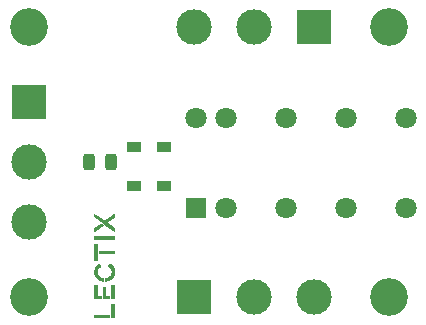
<source format=gts>
G04 #@! TF.GenerationSoftware,KiCad,Pcbnew,6.0.9-8da3e8f707~116~ubuntu20.04.1*
G04 #@! TF.CreationDate,2023-04-19T17:14:30+00:00*
G04 #@! TF.ProjectId,LEC022001,4c454330-3232-4303-9031-2e6b69636164,rev?*
G04 #@! TF.SameCoordinates,Original*
G04 #@! TF.FileFunction,Soldermask,Top*
G04 #@! TF.FilePolarity,Negative*
%FSLAX46Y46*%
G04 Gerber Fmt 4.6, Leading zero omitted, Abs format (unit mm)*
G04 Created by KiCad (PCBNEW 6.0.9-8da3e8f707~116~ubuntu20.04.1) date 2023-04-19 17:14:30*
%MOMM*%
%LPD*%
G01*
G04 APERTURE LIST*
G04 Aperture macros list*
%AMRoundRect*
0 Rectangle with rounded corners*
0 $1 Rounding radius*
0 $2 $3 $4 $5 $6 $7 $8 $9 X,Y pos of 4 corners*
0 Add a 4 corners polygon primitive as box body*
4,1,4,$2,$3,$4,$5,$6,$7,$8,$9,$2,$3,0*
0 Add four circle primitives for the rounded corners*
1,1,$1+$1,$2,$3*
1,1,$1+$1,$4,$5*
1,1,$1+$1,$6,$7*
1,1,$1+$1,$8,$9*
0 Add four rect primitives between the rounded corners*
20,1,$1+$1,$2,$3,$4,$5,0*
20,1,$1+$1,$4,$5,$6,$7,0*
20,1,$1+$1,$6,$7,$8,$9,0*
20,1,$1+$1,$8,$9,$2,$3,0*%
G04 Aperture macros list end*
%ADD10C,0.010000*%
%ADD11R,1.200000X0.900000*%
%ADD12R,3.000000X3.000000*%
%ADD13C,3.000000*%
%ADD14R,1.800000X1.800000*%
%ADD15C,1.800000*%
%ADD16C,3.200000*%
%ADD17RoundRect,0.243750X0.243750X0.456250X-0.243750X0.456250X-0.243750X-0.456250X0.243750X-0.456250X0*%
G04 APERTURE END LIST*
G04 #@! TO.C,LOGO1*
G36*
X97365820Y-90289380D02*
G01*
X96083120Y-90289380D01*
X96083120Y-90068400D01*
X97365820Y-90068400D01*
X97365820Y-90289380D01*
G37*
D10*
X97365820Y-90289380D02*
X96083120Y-90289380D01*
X96083120Y-90068400D01*
X97365820Y-90068400D01*
X97365820Y-90289380D01*
G36*
X96119183Y-87237852D02*
G01*
X96160298Y-87267936D01*
X96200325Y-87297213D01*
X96239069Y-87325542D01*
X96276338Y-87352783D01*
X96311940Y-87378794D01*
X96345680Y-87403434D01*
X96377366Y-87426564D01*
X96406806Y-87448043D01*
X96433806Y-87467729D01*
X96458172Y-87485482D01*
X96479713Y-87501161D01*
X96498236Y-87514626D01*
X96513546Y-87525735D01*
X96525452Y-87534349D01*
X96533760Y-87540326D01*
X96538277Y-87543526D01*
X96539087Y-87544054D01*
X96541269Y-87542593D01*
X96547370Y-87538293D01*
X96557192Y-87531297D01*
X96570541Y-87521744D01*
X96587220Y-87509776D01*
X96607032Y-87495535D01*
X96629783Y-87479162D01*
X96655275Y-87460798D01*
X96683314Y-87440584D01*
X96713701Y-87418663D01*
X96746243Y-87395175D01*
X96780742Y-87370261D01*
X96817003Y-87344062D01*
X96854829Y-87316721D01*
X96894025Y-87288378D01*
X96934395Y-87259175D01*
X96950766Y-87247329D01*
X96991564Y-87217810D01*
X97031274Y-87189087D01*
X97069701Y-87161301D01*
X97106647Y-87134595D01*
X97141916Y-87109111D01*
X97175310Y-87084990D01*
X97206635Y-87062374D01*
X97235692Y-87041405D01*
X97262285Y-87022225D01*
X97286218Y-87004975D01*
X97307293Y-86989798D01*
X97325315Y-86976836D01*
X97340086Y-86966230D01*
X97351411Y-86958122D01*
X97359091Y-86952654D01*
X97362932Y-86949967D01*
X97363347Y-86949704D01*
X97363981Y-86951984D01*
X97364522Y-86959178D01*
X97364969Y-86971122D01*
X97365317Y-86987651D01*
X97365563Y-87008600D01*
X97365703Y-87033804D01*
X97365734Y-87062734D01*
X97365649Y-87176610D01*
X97031780Y-87417910D01*
X96995037Y-87444474D01*
X96959426Y-87470235D01*
X96925163Y-87495035D01*
X96892466Y-87518717D01*
X96861550Y-87541124D01*
X96832632Y-87562098D01*
X96805929Y-87581483D01*
X96781658Y-87599120D01*
X96760034Y-87614853D01*
X96741274Y-87628525D01*
X96725596Y-87639977D01*
X96713215Y-87649052D01*
X96704347Y-87655594D01*
X96699211Y-87659444D01*
X96697933Y-87660480D01*
X96699950Y-87662094D01*
X96705854Y-87666545D01*
X96715427Y-87673676D01*
X96728455Y-87683326D01*
X96744722Y-87695339D01*
X96764010Y-87709553D01*
X96786106Y-87725812D01*
X96810791Y-87743956D01*
X96837851Y-87763827D01*
X96867070Y-87785266D01*
X96898231Y-87808113D01*
X96931119Y-87832211D01*
X96965518Y-87857400D01*
X97001211Y-87883523D01*
X97029644Y-87904320D01*
X97066214Y-87931075D01*
X97101667Y-87957035D01*
X97135786Y-87982039D01*
X97168355Y-88005928D01*
X97199156Y-88028542D01*
X97227973Y-88049721D01*
X97254589Y-88069307D01*
X97278787Y-88087137D01*
X97300350Y-88103054D01*
X97319061Y-88116898D01*
X97334704Y-88128507D01*
X97347061Y-88137724D01*
X97355916Y-88144387D01*
X97361051Y-88148338D01*
X97362335Y-88149430D01*
X97362529Y-88152426D01*
X97362680Y-88159975D01*
X97362789Y-88171550D01*
X97362853Y-88186625D01*
X97362870Y-88204673D01*
X97362839Y-88225167D01*
X97362759Y-88247581D01*
X97362672Y-88264352D01*
X97362010Y-88376733D01*
X96533970Y-87770775D01*
X96475907Y-87728283D01*
X96418878Y-87686543D01*
X96363019Y-87645657D01*
X96308469Y-87605724D01*
X96255363Y-87566846D01*
X96203839Y-87529122D01*
X96154036Y-87492653D01*
X96106089Y-87457541D01*
X96060136Y-87423885D01*
X96016314Y-87391786D01*
X95974761Y-87361345D01*
X95935614Y-87332662D01*
X95899011Y-87305838D01*
X95865087Y-87280973D01*
X95833981Y-87258168D01*
X95805831Y-87237523D01*
X95780772Y-87219140D01*
X95758943Y-87203118D01*
X95740481Y-87189559D01*
X95725522Y-87178563D01*
X95714205Y-87170229D01*
X95706667Y-87164660D01*
X95703044Y-87161955D01*
X95702728Y-87161706D01*
X95701936Y-87159871D01*
X95701292Y-87155807D01*
X95700789Y-87149140D01*
X95700418Y-87139496D01*
X95700171Y-87126503D01*
X95700039Y-87109788D01*
X95700016Y-87088976D01*
X95700092Y-87063696D01*
X95700188Y-87045150D01*
X95700850Y-86931704D01*
X96119183Y-87237852D01*
G37*
X96119183Y-87237852D02*
X96160298Y-87267936D01*
X96200325Y-87297213D01*
X96239069Y-87325542D01*
X96276338Y-87352783D01*
X96311940Y-87378794D01*
X96345680Y-87403434D01*
X96377366Y-87426564D01*
X96406806Y-87448043D01*
X96433806Y-87467729D01*
X96458172Y-87485482D01*
X96479713Y-87501161D01*
X96498236Y-87514626D01*
X96513546Y-87525735D01*
X96525452Y-87534349D01*
X96533760Y-87540326D01*
X96538277Y-87543526D01*
X96539087Y-87544054D01*
X96541269Y-87542593D01*
X96547370Y-87538293D01*
X96557192Y-87531297D01*
X96570541Y-87521744D01*
X96587220Y-87509776D01*
X96607032Y-87495535D01*
X96629783Y-87479162D01*
X96655275Y-87460798D01*
X96683314Y-87440584D01*
X96713701Y-87418663D01*
X96746243Y-87395175D01*
X96780742Y-87370261D01*
X96817003Y-87344062D01*
X96854829Y-87316721D01*
X96894025Y-87288378D01*
X96934395Y-87259175D01*
X96950766Y-87247329D01*
X96991564Y-87217810D01*
X97031274Y-87189087D01*
X97069701Y-87161301D01*
X97106647Y-87134595D01*
X97141916Y-87109111D01*
X97175310Y-87084990D01*
X97206635Y-87062374D01*
X97235692Y-87041405D01*
X97262285Y-87022225D01*
X97286218Y-87004975D01*
X97307293Y-86989798D01*
X97325315Y-86976836D01*
X97340086Y-86966230D01*
X97351411Y-86958122D01*
X97359091Y-86952654D01*
X97362932Y-86949967D01*
X97363347Y-86949704D01*
X97363981Y-86951984D01*
X97364522Y-86959178D01*
X97364969Y-86971122D01*
X97365317Y-86987651D01*
X97365563Y-87008600D01*
X97365703Y-87033804D01*
X97365734Y-87062734D01*
X97365649Y-87176610D01*
X97031780Y-87417910D01*
X96995037Y-87444474D01*
X96959426Y-87470235D01*
X96925163Y-87495035D01*
X96892466Y-87518717D01*
X96861550Y-87541124D01*
X96832632Y-87562098D01*
X96805929Y-87581483D01*
X96781658Y-87599120D01*
X96760034Y-87614853D01*
X96741274Y-87628525D01*
X96725596Y-87639977D01*
X96713215Y-87649052D01*
X96704347Y-87655594D01*
X96699211Y-87659444D01*
X96697933Y-87660480D01*
X96699950Y-87662094D01*
X96705854Y-87666545D01*
X96715427Y-87673676D01*
X96728455Y-87683326D01*
X96744722Y-87695339D01*
X96764010Y-87709553D01*
X96786106Y-87725812D01*
X96810791Y-87743956D01*
X96837851Y-87763827D01*
X96867070Y-87785266D01*
X96898231Y-87808113D01*
X96931119Y-87832211D01*
X96965518Y-87857400D01*
X97001211Y-87883523D01*
X97029644Y-87904320D01*
X97066214Y-87931075D01*
X97101667Y-87957035D01*
X97135786Y-87982039D01*
X97168355Y-88005928D01*
X97199156Y-88028542D01*
X97227973Y-88049721D01*
X97254589Y-88069307D01*
X97278787Y-88087137D01*
X97300350Y-88103054D01*
X97319061Y-88116898D01*
X97334704Y-88128507D01*
X97347061Y-88137724D01*
X97355916Y-88144387D01*
X97361051Y-88148338D01*
X97362335Y-88149430D01*
X97362529Y-88152426D01*
X97362680Y-88159975D01*
X97362789Y-88171550D01*
X97362853Y-88186625D01*
X97362870Y-88204673D01*
X97362839Y-88225167D01*
X97362759Y-88247581D01*
X97362672Y-88264352D01*
X97362010Y-88376733D01*
X96533970Y-87770775D01*
X96475907Y-87728283D01*
X96418878Y-87686543D01*
X96363019Y-87645657D01*
X96308469Y-87605724D01*
X96255363Y-87566846D01*
X96203839Y-87529122D01*
X96154036Y-87492653D01*
X96106089Y-87457541D01*
X96060136Y-87423885D01*
X96016314Y-87391786D01*
X95974761Y-87361345D01*
X95935614Y-87332662D01*
X95899011Y-87305838D01*
X95865087Y-87280973D01*
X95833981Y-87258168D01*
X95805831Y-87237523D01*
X95780772Y-87219140D01*
X95758943Y-87203118D01*
X95740481Y-87189559D01*
X95725522Y-87178563D01*
X95714205Y-87170229D01*
X95706667Y-87164660D01*
X95703044Y-87161955D01*
X95702728Y-87161706D01*
X95701936Y-87159871D01*
X95701292Y-87155807D01*
X95700789Y-87149140D01*
X95700418Y-87139496D01*
X95700171Y-87126503D01*
X95700039Y-87109788D01*
X95700016Y-87088976D01*
X95700092Y-87063696D01*
X95700188Y-87045150D01*
X95700850Y-86931704D01*
X96119183Y-87237852D01*
G36*
X97373440Y-95699580D02*
G01*
X97149920Y-95699580D01*
X97149920Y-94551500D01*
X97373440Y-94551500D01*
X97373440Y-95699580D01*
G37*
X97373440Y-95699580D02*
X97149920Y-95699580D01*
X97149920Y-94551500D01*
X97373440Y-94551500D01*
X97373440Y-95699580D01*
G36*
X95907860Y-93880940D02*
G01*
X96220280Y-93880940D01*
X96220280Y-94104460D01*
X95686880Y-94104460D01*
X95686880Y-93007180D01*
X95907860Y-93007180D01*
X95907860Y-93880940D01*
G37*
X95907860Y-93880940D02*
X96220280Y-93880940D01*
X96220280Y-94104460D01*
X95686880Y-94104460D01*
X95686880Y-93007180D01*
X95907860Y-93007180D01*
X95907860Y-93880940D01*
G36*
X96972120Y-95699580D02*
G01*
X95697040Y-95699580D01*
X95697040Y-95478600D01*
X96972120Y-95478600D01*
X96972120Y-95699580D01*
G37*
X96972120Y-95699580D02*
X95697040Y-95699580D01*
X95697040Y-95478600D01*
X96972120Y-95478600D01*
X96972120Y-95699580D01*
G36*
X96629220Y-93880940D02*
G01*
X96972120Y-93880940D01*
X96972120Y-94101920D01*
X96405700Y-94101920D01*
X96405700Y-93121480D01*
X96629220Y-93121480D01*
X96629220Y-93880940D01*
G37*
X96629220Y-93880940D02*
X96972120Y-93880940D01*
X96972120Y-94101920D01*
X96405700Y-94101920D01*
X96405700Y-93121480D01*
X96629220Y-93121480D01*
X96629220Y-93880940D01*
G36*
X97373440Y-94099380D02*
G01*
X97149920Y-94099380D01*
X97149920Y-93007180D01*
X97373440Y-93007180D01*
X97373440Y-94099380D01*
G37*
X97373440Y-94099380D02*
X97149920Y-94099380D01*
X97149920Y-93007180D01*
X97373440Y-93007180D01*
X97373440Y-94099380D01*
G36*
X97365820Y-89042240D02*
G01*
X95694500Y-89042240D01*
X95694500Y-88821260D01*
X97365820Y-88821260D01*
X97365820Y-89042240D01*
G37*
X97365820Y-89042240D02*
X95694500Y-89042240D01*
X95694500Y-88821260D01*
X97365820Y-88821260D01*
X97365820Y-89042240D01*
G36*
X96068046Y-91200073D02*
G01*
X96069794Y-91202384D01*
X96073936Y-91208416D01*
X96080116Y-91217624D01*
X96087976Y-91229459D01*
X96097159Y-91243373D01*
X96107308Y-91258819D01*
X96118066Y-91275250D01*
X96129075Y-91292117D01*
X96139979Y-91308873D01*
X96150419Y-91324971D01*
X96160039Y-91339862D01*
X96168482Y-91353000D01*
X96175390Y-91363835D01*
X96180407Y-91371822D01*
X96183174Y-91376412D01*
X96183584Y-91377206D01*
X96182718Y-91380032D01*
X96178095Y-91384095D01*
X96169339Y-91389695D01*
X96163914Y-91392816D01*
X96136428Y-91409911D01*
X96108002Y-91430573D01*
X96079852Y-91453771D01*
X96053197Y-91478472D01*
X96029254Y-91503644D01*
X96019140Y-91515520D01*
X95989172Y-91556154D01*
X95963127Y-91599753D01*
X95941226Y-91645804D01*
X95923690Y-91693792D01*
X95910740Y-91743203D01*
X95903813Y-91783548D01*
X95901768Y-91805054D01*
X95900722Y-91829779D01*
X95900637Y-91856240D01*
X95901480Y-91882955D01*
X95903214Y-91908443D01*
X95905804Y-91931221D01*
X95907603Y-91942174D01*
X95919608Y-91992714D01*
X95936099Y-92041225D01*
X95956857Y-92087466D01*
X95981666Y-92131196D01*
X96010308Y-92172174D01*
X96042566Y-92210159D01*
X96078223Y-92244910D01*
X96117062Y-92276186D01*
X96158864Y-92303748D01*
X96203413Y-92327352D01*
X96250492Y-92346760D01*
X96281621Y-92356801D01*
X96326052Y-92367444D01*
X96372105Y-92374072D01*
X96410145Y-92376568D01*
X96451420Y-92377972D01*
X96451420Y-92598969D01*
X96406335Y-92597493D01*
X96346765Y-92593049D01*
X96288219Y-92583761D01*
X96230945Y-92569804D01*
X96175192Y-92551357D01*
X96121206Y-92528595D01*
X96069239Y-92501694D01*
X96019537Y-92470832D01*
X95972349Y-92436184D01*
X95927923Y-92397927D01*
X95886510Y-92356238D01*
X95848355Y-92311292D01*
X95813709Y-92263267D01*
X95782820Y-92212339D01*
X95755936Y-92158684D01*
X95742046Y-92125800D01*
X95723465Y-92072923D01*
X95708763Y-92018211D01*
X95697716Y-91960795D01*
X95695434Y-91945460D01*
X95693688Y-91929281D01*
X95692339Y-91909218D01*
X95691399Y-91886456D01*
X95690875Y-91862175D01*
X95690777Y-91837559D01*
X95691115Y-91813791D01*
X95691898Y-91792051D01*
X95693135Y-91773524D01*
X95694013Y-91765120D01*
X95704111Y-91703464D01*
X95718858Y-91643518D01*
X95738120Y-91585498D01*
X95761760Y-91529620D01*
X95789642Y-91476099D01*
X95821632Y-91425150D01*
X95857592Y-91376988D01*
X95897388Y-91331829D01*
X95940884Y-91289889D01*
X95987944Y-91251383D01*
X96038433Y-91216525D01*
X96040462Y-91215247D01*
X96050604Y-91209050D01*
X96059176Y-91204127D01*
X96065284Y-91200968D01*
X96068034Y-91200067D01*
X96068046Y-91200073D01*
G37*
X96068046Y-91200073D02*
X96069794Y-91202384D01*
X96073936Y-91208416D01*
X96080116Y-91217624D01*
X96087976Y-91229459D01*
X96097159Y-91243373D01*
X96107308Y-91258819D01*
X96118066Y-91275250D01*
X96129075Y-91292117D01*
X96139979Y-91308873D01*
X96150419Y-91324971D01*
X96160039Y-91339862D01*
X96168482Y-91353000D01*
X96175390Y-91363835D01*
X96180407Y-91371822D01*
X96183174Y-91376412D01*
X96183584Y-91377206D01*
X96182718Y-91380032D01*
X96178095Y-91384095D01*
X96169339Y-91389695D01*
X96163914Y-91392816D01*
X96136428Y-91409911D01*
X96108002Y-91430573D01*
X96079852Y-91453771D01*
X96053197Y-91478472D01*
X96029254Y-91503644D01*
X96019140Y-91515520D01*
X95989172Y-91556154D01*
X95963127Y-91599753D01*
X95941226Y-91645804D01*
X95923690Y-91693792D01*
X95910740Y-91743203D01*
X95903813Y-91783548D01*
X95901768Y-91805054D01*
X95900722Y-91829779D01*
X95900637Y-91856240D01*
X95901480Y-91882955D01*
X95903214Y-91908443D01*
X95905804Y-91931221D01*
X95907603Y-91942174D01*
X95919608Y-91992714D01*
X95936099Y-92041225D01*
X95956857Y-92087466D01*
X95981666Y-92131196D01*
X96010308Y-92172174D01*
X96042566Y-92210159D01*
X96078223Y-92244910D01*
X96117062Y-92276186D01*
X96158864Y-92303748D01*
X96203413Y-92327352D01*
X96250492Y-92346760D01*
X96281621Y-92356801D01*
X96326052Y-92367444D01*
X96372105Y-92374072D01*
X96410145Y-92376568D01*
X96451420Y-92377972D01*
X96451420Y-92598969D01*
X96406335Y-92597493D01*
X96346765Y-92593049D01*
X96288219Y-92583761D01*
X96230945Y-92569804D01*
X96175192Y-92551357D01*
X96121206Y-92528595D01*
X96069239Y-92501694D01*
X96019537Y-92470832D01*
X95972349Y-92436184D01*
X95927923Y-92397927D01*
X95886510Y-92356238D01*
X95848355Y-92311292D01*
X95813709Y-92263267D01*
X95782820Y-92212339D01*
X95755936Y-92158684D01*
X95742046Y-92125800D01*
X95723465Y-92072923D01*
X95708763Y-92018211D01*
X95697716Y-91960795D01*
X95695434Y-91945460D01*
X95693688Y-91929281D01*
X95692339Y-91909218D01*
X95691399Y-91886456D01*
X95690875Y-91862175D01*
X95690777Y-91837559D01*
X95691115Y-91813791D01*
X95691898Y-91792051D01*
X95693135Y-91773524D01*
X95694013Y-91765120D01*
X95704111Y-91703464D01*
X95718858Y-91643518D01*
X95738120Y-91585498D01*
X95761760Y-91529620D01*
X95789642Y-91476099D01*
X95821632Y-91425150D01*
X95857592Y-91376988D01*
X95897388Y-91331829D01*
X95940884Y-91289889D01*
X95987944Y-91251383D01*
X96038433Y-91216525D01*
X96040462Y-91215247D01*
X96050604Y-91209050D01*
X96059176Y-91204127D01*
X96065284Y-91200968D01*
X96068034Y-91200067D01*
X96068046Y-91200073D01*
G36*
X96982864Y-91164350D02*
G01*
X96988246Y-91166764D01*
X96996130Y-91171171D01*
X97007022Y-91177839D01*
X97021432Y-91187037D01*
X97026730Y-91190468D01*
X97077247Y-91226255D01*
X97124456Y-91265767D01*
X97168181Y-91308747D01*
X97208245Y-91354939D01*
X97244473Y-91404085D01*
X97276690Y-91455929D01*
X97304719Y-91510214D01*
X97328386Y-91566683D01*
X97347513Y-91625078D01*
X97360608Y-91678614D01*
X97364715Y-91699549D01*
X97367937Y-91718693D01*
X97370387Y-91737214D01*
X97372177Y-91756279D01*
X97373419Y-91777056D01*
X97374226Y-91800714D01*
X97374665Y-91824810D01*
X97374860Y-91843035D01*
X97374960Y-91859929D01*
X97374966Y-91874719D01*
X97374880Y-91886633D01*
X97374704Y-91894897D01*
X97374485Y-91898470D01*
X97373741Y-91904358D01*
X97372630Y-91913690D01*
X97371341Y-91924862D01*
X97370735Y-91930220D01*
X97362047Y-91985997D01*
X97348574Y-92041993D01*
X97330545Y-92097599D01*
X97308188Y-92152206D01*
X97281731Y-92205203D01*
X97251401Y-92255981D01*
X97245955Y-92264230D01*
X97225098Y-92294202D01*
X97204653Y-92320956D01*
X97183317Y-92346058D01*
X97159790Y-92371073D01*
X97144501Y-92386282D01*
X97097656Y-92428480D01*
X97048179Y-92466384D01*
X96996236Y-92499914D01*
X96941994Y-92528986D01*
X96885618Y-92553518D01*
X96827274Y-92573426D01*
X96767129Y-92588629D01*
X96721477Y-92596813D01*
X96712261Y-92598020D01*
X96699810Y-92599423D01*
X96685307Y-92600913D01*
X96669937Y-92602382D01*
X96654885Y-92603719D01*
X96641334Y-92604815D01*
X96630470Y-92605562D01*
X96623505Y-92605850D01*
X96623107Y-92603398D01*
X96622738Y-92596379D01*
X96622405Y-92585308D01*
X96622119Y-92570696D01*
X96621886Y-92553059D01*
X96621717Y-92532909D01*
X96621620Y-92510759D01*
X96621600Y-92494481D01*
X96621600Y-92383101D01*
X96655255Y-92381598D01*
X96704642Y-92376880D01*
X96753391Y-92367286D01*
X96801126Y-92353012D01*
X96847472Y-92334257D01*
X96892055Y-92311216D01*
X96934500Y-92284087D01*
X96974432Y-92253067D01*
X97011476Y-92218352D01*
X97045258Y-92180140D01*
X97050066Y-92174060D01*
X97078193Y-92133962D01*
X97102754Y-92090655D01*
X97123491Y-92044786D01*
X97140147Y-91997001D01*
X97152466Y-91947946D01*
X97160191Y-91898267D01*
X97160331Y-91896939D01*
X97161812Y-91875583D01*
X97162277Y-91850988D01*
X97161784Y-91824830D01*
X97160393Y-91798784D01*
X97158161Y-91774525D01*
X97155369Y-91754960D01*
X97143968Y-91704580D01*
X97128011Y-91655829D01*
X97107722Y-91609027D01*
X97083326Y-91564494D01*
X97055050Y-91522553D01*
X97023119Y-91483523D01*
X96987757Y-91447725D01*
X96949189Y-91415479D01*
X96907642Y-91387107D01*
X96889570Y-91376541D01*
X96881866Y-91372236D01*
X96876162Y-91369023D01*
X96873660Y-91367581D01*
X96873648Y-91367572D01*
X96874589Y-91365282D01*
X96877586Y-91359034D01*
X96882356Y-91349378D01*
X96888617Y-91336866D01*
X96896087Y-91322050D01*
X96904484Y-91305482D01*
X96913526Y-91287712D01*
X96922930Y-91269291D01*
X96932414Y-91250773D01*
X96941697Y-91232708D01*
X96950496Y-91215647D01*
X96958530Y-91200143D01*
X96965515Y-91186746D01*
X96971170Y-91176008D01*
X96975212Y-91168481D01*
X96977360Y-91164716D01*
X96977574Y-91164421D01*
X96979476Y-91163658D01*
X96982864Y-91164350D01*
G37*
X96982864Y-91164350D02*
X96988246Y-91166764D01*
X96996130Y-91171171D01*
X97007022Y-91177839D01*
X97021432Y-91187037D01*
X97026730Y-91190468D01*
X97077247Y-91226255D01*
X97124456Y-91265767D01*
X97168181Y-91308747D01*
X97208245Y-91354939D01*
X97244473Y-91404085D01*
X97276690Y-91455929D01*
X97304719Y-91510214D01*
X97328386Y-91566683D01*
X97347513Y-91625078D01*
X97360608Y-91678614D01*
X97364715Y-91699549D01*
X97367937Y-91718693D01*
X97370387Y-91737214D01*
X97372177Y-91756279D01*
X97373419Y-91777056D01*
X97374226Y-91800714D01*
X97374665Y-91824810D01*
X97374860Y-91843035D01*
X97374960Y-91859929D01*
X97374966Y-91874719D01*
X97374880Y-91886633D01*
X97374704Y-91894897D01*
X97374485Y-91898470D01*
X97373741Y-91904358D01*
X97372630Y-91913690D01*
X97371341Y-91924862D01*
X97370735Y-91930220D01*
X97362047Y-91985997D01*
X97348574Y-92041993D01*
X97330545Y-92097599D01*
X97308188Y-92152206D01*
X97281731Y-92205203D01*
X97251401Y-92255981D01*
X97245955Y-92264230D01*
X97225098Y-92294202D01*
X97204653Y-92320956D01*
X97183317Y-92346058D01*
X97159790Y-92371073D01*
X97144501Y-92386282D01*
X97097656Y-92428480D01*
X97048179Y-92466384D01*
X96996236Y-92499914D01*
X96941994Y-92528986D01*
X96885618Y-92553518D01*
X96827274Y-92573426D01*
X96767129Y-92588629D01*
X96721477Y-92596813D01*
X96712261Y-92598020D01*
X96699810Y-92599423D01*
X96685307Y-92600913D01*
X96669937Y-92602382D01*
X96654885Y-92603719D01*
X96641334Y-92604815D01*
X96630470Y-92605562D01*
X96623505Y-92605850D01*
X96623107Y-92603398D01*
X96622738Y-92596379D01*
X96622405Y-92585308D01*
X96622119Y-92570696D01*
X96621886Y-92553059D01*
X96621717Y-92532909D01*
X96621620Y-92510759D01*
X96621600Y-92494481D01*
X96621600Y-92383101D01*
X96655255Y-92381598D01*
X96704642Y-92376880D01*
X96753391Y-92367286D01*
X96801126Y-92353012D01*
X96847472Y-92334257D01*
X96892055Y-92311216D01*
X96934500Y-92284087D01*
X96974432Y-92253067D01*
X97011476Y-92218352D01*
X97045258Y-92180140D01*
X97050066Y-92174060D01*
X97078193Y-92133962D01*
X97102754Y-92090655D01*
X97123491Y-92044786D01*
X97140147Y-91997001D01*
X97152466Y-91947946D01*
X97160191Y-91898267D01*
X97160331Y-91896939D01*
X97161812Y-91875583D01*
X97162277Y-91850988D01*
X97161784Y-91824830D01*
X97160393Y-91798784D01*
X97158161Y-91774525D01*
X97155369Y-91754960D01*
X97143968Y-91704580D01*
X97128011Y-91655829D01*
X97107722Y-91609027D01*
X97083326Y-91564494D01*
X97055050Y-91522553D01*
X97023119Y-91483523D01*
X96987757Y-91447725D01*
X96949189Y-91415479D01*
X96907642Y-91387107D01*
X96889570Y-91376541D01*
X96881866Y-91372236D01*
X96876162Y-91369023D01*
X96873660Y-91367581D01*
X96873648Y-91367572D01*
X96874589Y-91365282D01*
X96877586Y-91359034D01*
X96882356Y-91349378D01*
X96888617Y-91336866D01*
X96896087Y-91322050D01*
X96904484Y-91305482D01*
X96913526Y-91287712D01*
X96922930Y-91269291D01*
X96932414Y-91250773D01*
X96941697Y-91232708D01*
X96950496Y-91215647D01*
X96958530Y-91200143D01*
X96965515Y-91186746D01*
X96971170Y-91176008D01*
X96975212Y-91168481D01*
X96977360Y-91164716D01*
X96977574Y-91164421D01*
X96979476Y-91163658D01*
X96982864Y-91164350D01*
G36*
X96267001Y-87769871D02*
G01*
X96273439Y-87773923D01*
X96282779Y-87780183D01*
X96294461Y-87788245D01*
X96307928Y-87797707D01*
X96322622Y-87808162D01*
X96337984Y-87819207D01*
X96353457Y-87830438D01*
X96368483Y-87841449D01*
X96382504Y-87851838D01*
X96394962Y-87861199D01*
X96405298Y-87869128D01*
X96412955Y-87875221D01*
X96417375Y-87879073D01*
X96418247Y-87880190D01*
X96416223Y-87881929D01*
X96410295Y-87886496D01*
X96400671Y-87893736D01*
X96387561Y-87903498D01*
X96371174Y-87915627D01*
X96351719Y-87929971D01*
X96329405Y-87946375D01*
X96304442Y-87964687D01*
X96277037Y-87984753D01*
X96247402Y-88006421D01*
X96215743Y-88029535D01*
X96182272Y-88053944D01*
X96147196Y-88079494D01*
X96110724Y-88106032D01*
X96073067Y-88133404D01*
X96061493Y-88141810D01*
X96023445Y-88169442D01*
X95986468Y-88196293D01*
X95950772Y-88222211D01*
X95916572Y-88247040D01*
X95884081Y-88270626D01*
X95853511Y-88292814D01*
X95825075Y-88313451D01*
X95798985Y-88332382D01*
X95775456Y-88349452D01*
X95754699Y-88364507D01*
X95736927Y-88377392D01*
X95722354Y-88387953D01*
X95711192Y-88396036D01*
X95703654Y-88401486D01*
X95699952Y-88404149D01*
X95699630Y-88404375D01*
X95698417Y-88405123D01*
X95697412Y-88405285D01*
X95696595Y-88404437D01*
X95695947Y-88402156D01*
X95695449Y-88398019D01*
X95695081Y-88391601D01*
X95694823Y-88382478D01*
X95694655Y-88370228D01*
X95694559Y-88354427D01*
X95694514Y-88334651D01*
X95694500Y-88310475D01*
X95694499Y-88293446D01*
X95694500Y-88179032D01*
X95977044Y-87973731D01*
X96010835Y-87949201D01*
X96043537Y-87925507D01*
X96074909Y-87902820D01*
X96104714Y-87881311D01*
X96132711Y-87861152D01*
X96158663Y-87842513D01*
X96182329Y-87825565D01*
X96203470Y-87810480D01*
X96221848Y-87797429D01*
X96237223Y-87786582D01*
X96249356Y-87778111D01*
X96258009Y-87772186D01*
X96262942Y-87768979D01*
X96264021Y-87768430D01*
X96267001Y-87769871D01*
G37*
X96267001Y-87769871D02*
X96273439Y-87773923D01*
X96282779Y-87780183D01*
X96294461Y-87788245D01*
X96307928Y-87797707D01*
X96322622Y-87808162D01*
X96337984Y-87819207D01*
X96353457Y-87830438D01*
X96368483Y-87841449D01*
X96382504Y-87851838D01*
X96394962Y-87861199D01*
X96405298Y-87869128D01*
X96412955Y-87875221D01*
X96417375Y-87879073D01*
X96418247Y-87880190D01*
X96416223Y-87881929D01*
X96410295Y-87886496D01*
X96400671Y-87893736D01*
X96387561Y-87903498D01*
X96371174Y-87915627D01*
X96351719Y-87929971D01*
X96329405Y-87946375D01*
X96304442Y-87964687D01*
X96277037Y-87984753D01*
X96247402Y-88006421D01*
X96215743Y-88029535D01*
X96182272Y-88053944D01*
X96147196Y-88079494D01*
X96110724Y-88106032D01*
X96073067Y-88133404D01*
X96061493Y-88141810D01*
X96023445Y-88169442D01*
X95986468Y-88196293D01*
X95950772Y-88222211D01*
X95916572Y-88247040D01*
X95884081Y-88270626D01*
X95853511Y-88292814D01*
X95825075Y-88313451D01*
X95798985Y-88332382D01*
X95775456Y-88349452D01*
X95754699Y-88364507D01*
X95736927Y-88377392D01*
X95722354Y-88387953D01*
X95711192Y-88396036D01*
X95703654Y-88401486D01*
X95699952Y-88404149D01*
X95699630Y-88404375D01*
X95698417Y-88405123D01*
X95697412Y-88405285D01*
X95696595Y-88404437D01*
X95695947Y-88402156D01*
X95695449Y-88398019D01*
X95695081Y-88391601D01*
X95694823Y-88382478D01*
X95694655Y-88370228D01*
X95694559Y-88354427D01*
X95694514Y-88334651D01*
X95694500Y-88310475D01*
X95694499Y-88293446D01*
X95694500Y-88179032D01*
X95977044Y-87973731D01*
X96010835Y-87949201D01*
X96043537Y-87925507D01*
X96074909Y-87902820D01*
X96104714Y-87881311D01*
X96132711Y-87861152D01*
X96158663Y-87842513D01*
X96182329Y-87825565D01*
X96203470Y-87810480D01*
X96221848Y-87797429D01*
X96237223Y-87786582D01*
X96249356Y-87778111D01*
X96258009Y-87772186D01*
X96262942Y-87768979D01*
X96264021Y-87768430D01*
X96267001Y-87769871D01*
G36*
X95915480Y-90858340D02*
G01*
X95694500Y-90858340D01*
X95694500Y-89489280D01*
X95915480Y-89489280D01*
X95915480Y-90858340D01*
G37*
X95915480Y-90858340D02*
X95694500Y-90858340D01*
X95694500Y-89489280D01*
X95915480Y-89489280D01*
X95915480Y-90858340D01*
G04 #@! TD*
D11*
G04 #@! TO.C,D1*
X99060000Y-84580000D03*
X99060000Y-81280000D03*
G04 #@! TD*
G04 #@! TO.C,D2*
X101600000Y-84580000D03*
X101600000Y-81280000D03*
G04 #@! TD*
D12*
G04 #@! TO.C,J2*
X104140000Y-93980000D03*
D13*
X109220000Y-93980000D03*
X114300000Y-93980000D03*
G04 #@! TD*
D12*
G04 #@! TO.C,J3*
X114300000Y-71120000D03*
D13*
X109220000Y-71120000D03*
X104140000Y-71120000D03*
G04 #@! TD*
D14*
G04 #@! TO.C,K1*
X104267000Y-86487000D03*
D15*
X106807000Y-86487000D03*
X111887000Y-86487000D03*
X116967000Y-86487000D03*
X122047000Y-86487000D03*
X122047000Y-78867000D03*
X116967000Y-78867000D03*
X111887000Y-78867000D03*
X106807000Y-78867000D03*
X104267000Y-78867000D03*
G04 #@! TD*
D12*
G04 #@! TO.C,J1*
X90170000Y-77470000D03*
D13*
X90170000Y-82550000D03*
X90170000Y-87630000D03*
G04 #@! TD*
D16*
G04 #@! TO.C,H1*
X120650000Y-71120000D03*
G04 #@! TD*
G04 #@! TO.C,H2*
X90170000Y-93980000D03*
G04 #@! TD*
G04 #@! TO.C,H3*
X120650000Y-93980000D03*
G04 #@! TD*
G04 #@! TO.C,H4*
X90170000Y-71120000D03*
G04 #@! TD*
D17*
G04 #@! TO.C,R1*
X97125000Y-82550000D03*
X95250000Y-82550000D03*
G04 #@! TD*
M02*

</source>
